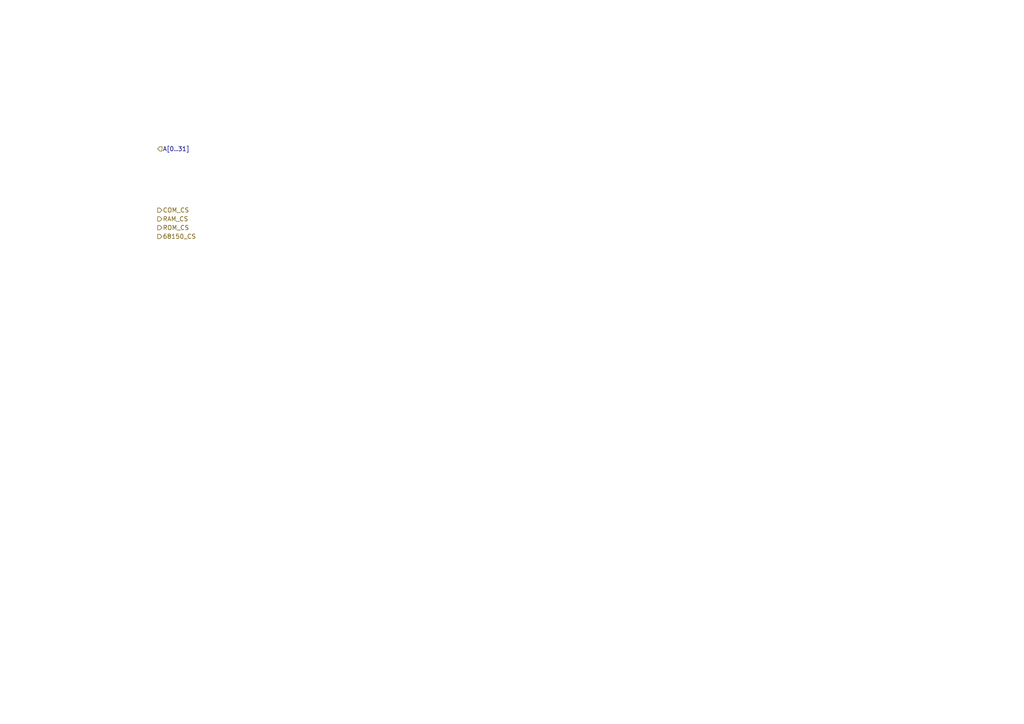
<source format=kicad_sch>
(kicad_sch (version 20230121) (generator eeschema)
  (paper "A4")
  (lib_symbols)
  (hierarchical_label "68150_CS" (shape output) (at 45.72 68.58 0))
  (hierarchical_label "ROM_CS" (shape output) (at 45.72 66.04 0))
  (hierarchical_label "RAM_CS" (shape output) (at 45.72 63.5 0))
  (hierarchical_label "COM_CS" (shape output) (at 45.72 60.96 0))
  (hierarchical_label "A[0..31]" (shape input) (at 45.72 43.18 0))
)
</source>
